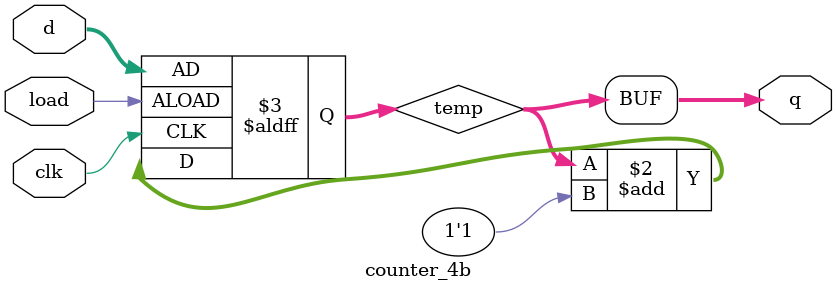
<source format=v>
module counter_4b(clk,load,d,q);
input clk,load;
input  [3:0] d; 
output [3:0] q;
reg    [3:0] temp;

always @(posedge clk or posedge load)
    begin
        if(load)
            temp <= d;
        else 
            temp <= temp + 1'b1;    
    end
        assign q = temp;
endmodule

</source>
